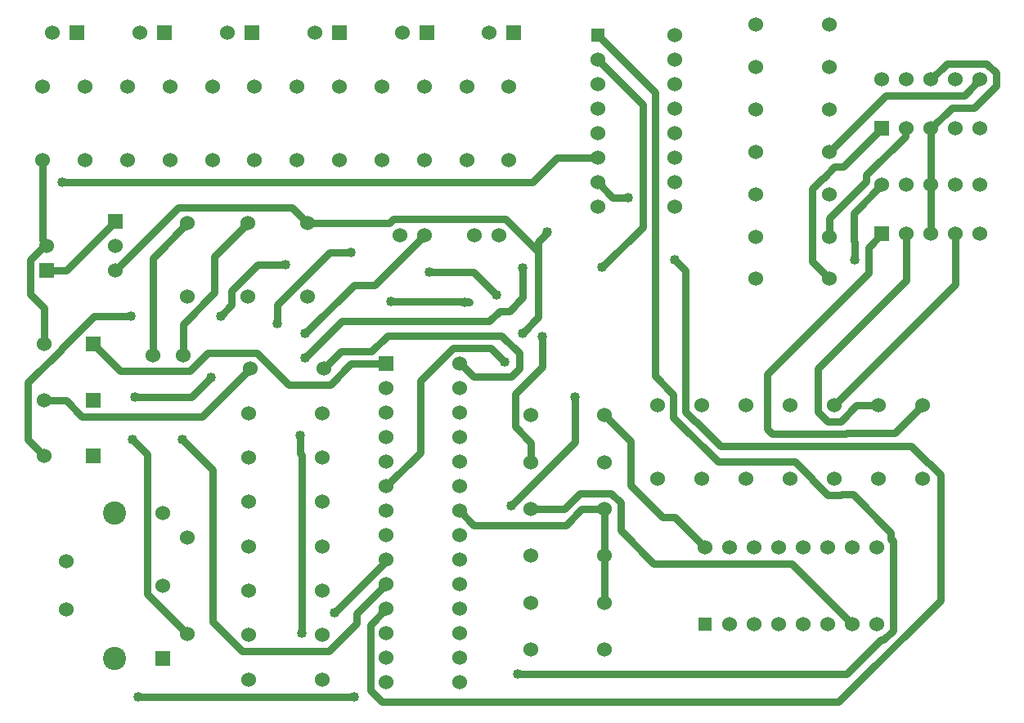
<source format=gtl>
G04*
G04 #@! TF.GenerationSoftware,Altium Limited,Altium Designer,22.1.2 (22)*
G04*
G04 Layer_Physical_Order=1*
G04 Layer_Color=255*
%FSLAX25Y25*%
%MOIN*%
G70*
G04*
G04 #@! TF.SameCoordinates,6E4BE205-DB55-4FC9-A6FE-95CB4377C6E5*
G04*
G04*
G04 #@! TF.FilePolarity,Positive*
G04*
G01*
G75*
%ADD22C,0.03000*%
%ADD23R,0.06000X0.06000*%
%ADD24C,0.06000*%
%ADD25C,0.09449*%
%ADD26R,0.06000X0.06000*%
%ADD27R,0.05500X0.05500*%
%ADD28R,0.05500X0.05500*%
%ADD29C,0.04000*%
D22*
X335393Y5000D02*
X377000Y46607D01*
X144500Y9700D02*
X149200Y5000D01*
X335393D01*
X341745Y192510D02*
X341995Y192760D01*
X306220Y116537D02*
Y138720D01*
X347645Y180145D01*
Y187845D01*
X341745Y185505D02*
Y192510D01*
X341500Y193255D02*
X341995Y192760D01*
X341500Y193255D02*
Y204500D01*
X239000Y182500D02*
X255457Y198957D01*
X237240Y267000D02*
X255457Y248783D01*
X249366Y210871D02*
X249557Y210679D01*
X243370Y210871D02*
X249366D01*
X255457Y198957D02*
Y248783D01*
X260457Y138043D02*
X268000Y130500D01*
X237240Y217000D02*
X243370Y210871D01*
X260457Y138043D02*
Y253783D01*
X237240Y277000D02*
X260457Y253783D01*
X373000Y259000D02*
X379500Y265500D01*
X395692D01*
X390692Y247500D02*
X399500Y256308D01*
Y261692D01*
X381500Y247500D02*
X390692D01*
X373000Y239000D02*
X381500Y247500D01*
X354417Y252500D02*
X386500D01*
X331500Y229583D02*
X354417Y252500D01*
X386500D02*
X393000Y259000D01*
X395692Y265500D02*
X399500Y261692D01*
X373000Y216000D02*
Y239000D01*
Y196000D02*
Y216000D01*
X347488Y188003D02*
X347645Y187845D01*
X347488Y190488D02*
X353000Y196000D01*
X347488Y188003D02*
Y190488D01*
X324500Y184667D02*
X331500Y177667D01*
X329153Y218778D02*
X333702Y223327D01*
X328808Y218778D02*
X329153D01*
X324500Y184667D02*
Y214470D01*
X328808Y218778D01*
X346547Y217547D02*
Y220047D01*
X331500Y202500D02*
X346547Y217547D01*
X331500Y194972D02*
Y202500D01*
X362426Y235926D02*
Y238426D01*
X363000Y239000D01*
X346547Y220047D02*
X362426Y235926D01*
X316370Y61500D02*
X341000Y36870D01*
X246500Y75000D02*
X260000Y61500D01*
X316370D01*
X268000Y121237D02*
X286237Y103000D01*
X317692D01*
X324500Y96192D01*
X330808Y89500D02*
X336192D01*
X324500Y95808D02*
Y96192D01*
Y95808D02*
X330808Y89500D01*
X357500Y34178D02*
Y70822D01*
X356724Y71598D02*
Y74276D01*
X336437Y89744D02*
X341256D01*
X352595Y30370D02*
X353692D01*
X356724Y71598D02*
X357500Y70822D01*
X353692Y30370D02*
X357500Y34178D01*
X341256Y89744D02*
X356724Y74276D01*
X336192Y89500D02*
X336437Y89744D01*
X338725Y16500D02*
X352595Y30370D01*
X377000Y46607D02*
Y97692D01*
X371847Y102500D02*
X372192D01*
X364847Y109500D02*
X371847Y102500D01*
X372192D02*
X377000Y97692D01*
X338263Y114500D02*
X338543Y114780D01*
X342692Y126000D02*
X351500D01*
X277153Y119500D02*
X287153Y109500D01*
X364847D01*
X308257Y114500D02*
X338263D01*
X338543Y114780D02*
X358280D01*
X330808Y119500D02*
X336192D01*
X342692Y126000D01*
X358280Y114780D02*
X369500Y126000D01*
X306220Y116537D02*
X308257Y114500D01*
X327000Y123308D02*
X330808Y119500D01*
X327000Y123308D02*
Y141189D01*
X363000Y177189D01*
X273000Y123308D02*
Y181000D01*
X268500Y185500D02*
X273000Y181000D01*
Y123308D02*
X276808Y119500D01*
X277153D01*
X268000Y121237D02*
Y130500D01*
X228000Y111000D02*
Y129500D01*
X216720Y196613D02*
Y196749D01*
X213000Y192894D02*
X216720Y196613D01*
X202000Y85000D02*
X228000Y111000D01*
X213000Y188692D02*
Y192894D01*
X220500Y227000D02*
X237240D01*
X210500Y217000D02*
X220500Y227000D01*
X363000Y177189D02*
Y196000D01*
X333500Y126000D02*
X383000Y175500D01*
Y196000D01*
X341500Y204500D02*
X353000Y216000D01*
X337327Y223327D02*
X353000Y239000D01*
X333702Y223327D02*
X337327D01*
X250500Y93500D02*
Y111500D01*
X240000Y122000D02*
X250500Y111500D01*
Y93500D02*
X263546Y80454D01*
X268676D02*
X281000Y68130D01*
X263546Y80454D02*
X268676D01*
X230002Y90300D02*
X242692D01*
X246500Y75000D02*
Y86492D01*
X223502Y83800D02*
X230002Y90300D01*
X242692D02*
X246500Y86492D01*
X203500Y130908D02*
X214500Y141908D01*
Y154000D01*
X50000Y7000D02*
X138000D01*
X144500Y9700D02*
Y36500D01*
X115891Y106353D02*
X116500Y105744D01*
X115891Y106353D02*
Y113744D01*
X116500Y33000D02*
Y105744D01*
X193500Y149500D02*
X199250Y143750D01*
X205150Y141160D02*
Y147350D01*
X151550Y154500D02*
X198000D01*
X205150Y147350D01*
X206500Y155500D02*
X213000Y162000D01*
X206500Y182000D02*
X206672Y182172D01*
X206500Y170000D02*
Y182000D01*
X197080Y164580D02*
X201080D01*
X206500Y170000D01*
X19000Y217000D02*
X210500D01*
X186500Y180500D02*
X196000Y171000D01*
X204500Y16500D02*
X338725D01*
X193000Y160500D02*
X197080Y164580D01*
X199692Y202000D02*
X213000Y188692D01*
Y162000D02*
Y188692D01*
X186457Y137850D02*
X201840D01*
X205150Y141160D01*
X178308Y149500D02*
X193500D01*
X133000Y160500D02*
X193000D01*
X118000Y145500D02*
X133000Y160500D01*
X146260Y175260D02*
X166500Y195500D01*
X118000Y155500D02*
X137760Y175260D01*
X146260D01*
X125500Y141000D02*
X132500Y148000D01*
X145050D01*
X98192Y147500D02*
X111192Y134500D01*
X128192D02*
X136692Y143000D01*
X111192Y134500D02*
X128192D01*
X78295Y147500D02*
X98192D01*
X153000Y168500D02*
X184500D01*
X183000Y168000D02*
X185000D01*
X184500Y168500D02*
X185000Y168000D01*
X98451Y183500D02*
X110000D01*
X87838Y166974D02*
Y172887D01*
X98451Y183500D01*
X83500Y162500D02*
Y162635D01*
X87838Y166974D01*
X68102Y159266D02*
X81014Y172178D01*
Y186871D01*
X94500Y200356D01*
X32050Y162500D02*
X47000D01*
X18525Y148975D02*
X32050Y162500D01*
X18525Y148833D02*
Y148975D01*
X5000Y112000D02*
Y135308D01*
Y112000D02*
X11500Y105500D01*
X5000Y135308D02*
X18525Y148833D01*
X203500Y117452D02*
Y130908D01*
X210000Y102900D02*
Y110952D01*
X203500Y117452D02*
X210000Y110952D01*
X168500Y180500D02*
X186500D01*
X127951Y188500D02*
X136500D01*
X106500Y159500D02*
Y167049D01*
X127951Y188500D01*
X48500Y129500D02*
X71500D01*
X79500Y137500D01*
X47500Y112000D02*
X53500Y106000D01*
Y49158D02*
Y106000D01*
Y49158D02*
X69842Y32815D01*
X68000Y112000D02*
X80202Y99798D01*
X27050Y121500D02*
X76000D01*
X20550Y128000D02*
X27050Y121500D01*
X76000D02*
X95500Y141000D01*
X80202Y37933D02*
Y99798D01*
X144500Y36500D02*
X151000Y43000D01*
X92308Y25826D02*
X127692D01*
X139058Y37192D01*
Y41058D01*
X151000Y53000D01*
X80202Y37933D02*
X92308Y25826D01*
X130000Y41500D02*
Y41635D01*
X151000Y62635D02*
Y63000D01*
X130000Y41635D02*
X151000Y62635D01*
X153808Y202000D02*
X199692D01*
X152164Y200356D02*
X153808Y202000D01*
X119000Y200356D02*
X152164D01*
X70795Y140000D02*
X78295Y147500D01*
X42500Y140000D02*
X70795D01*
X31500Y151000D02*
X42500Y140000D01*
X145050Y148000D02*
X151550Y154500D01*
X136692Y143000D02*
X151000D01*
X11500Y128000D02*
X20550D01*
X66356Y206856D02*
X112500D01*
X119000Y200356D01*
X40500Y181000D02*
X66356Y206856D01*
X68102Y146500D02*
Y159266D01*
X55898Y186254D02*
X70000Y200356D01*
X55898Y146500D02*
Y186254D01*
X181000Y143000D02*
X181307D01*
X186457Y137850D01*
X6000Y171381D02*
X11500Y165881D01*
X6000Y171381D02*
Y185450D01*
X11926Y190426D02*
X12500Y191000D01*
X11500Y151000D02*
Y165881D01*
X6000Y185450D02*
X10976Y190426D01*
X11926D01*
X11000Y193312D02*
X12500Y191812D01*
Y191000D02*
Y191812D01*
X11000Y193312D02*
Y226000D01*
X20421Y181000D02*
X40500Y201079D01*
X12500Y181000D02*
X20421D01*
X164942Y136134D02*
X178308Y149500D01*
X181000Y83000D02*
X186700Y77300D01*
X224073D01*
X151000Y93000D02*
X164942Y106942D01*
Y136134D01*
X240000Y45600D02*
Y64700D01*
Y83800D01*
X224073Y77300D02*
X230573Y83800D01*
X240000D01*
X210000D02*
X223502D01*
D23*
X353000Y196000D02*
D03*
X60000Y22972D02*
D03*
X353000Y239000D02*
D03*
X40500Y201079D02*
D03*
X12500Y181000D02*
D03*
D24*
X363000Y196000D02*
D03*
X373000D02*
D03*
X383000D02*
D03*
X393000D02*
D03*
X353000Y216000D02*
D03*
X363000D02*
D03*
X373000D02*
D03*
X383000D02*
D03*
X393000D02*
D03*
X60000Y82028D02*
D03*
X69842Y32815D02*
D03*
Y72185D02*
D03*
X60000Y52500D02*
D03*
X20630Y42658D02*
D03*
Y62343D02*
D03*
X151000Y133000D02*
D03*
Y123000D02*
D03*
Y113000D02*
D03*
Y103000D02*
D03*
Y93000D02*
D03*
Y83000D02*
D03*
Y73000D02*
D03*
Y63000D02*
D03*
Y53000D02*
D03*
Y43000D02*
D03*
Y33000D02*
D03*
Y23000D02*
D03*
Y13000D02*
D03*
X181000Y143000D02*
D03*
Y133000D02*
D03*
Y123000D02*
D03*
Y113000D02*
D03*
Y103000D02*
D03*
Y93000D02*
D03*
Y83000D02*
D03*
Y73000D02*
D03*
Y63000D02*
D03*
Y53000D02*
D03*
Y43000D02*
D03*
Y33000D02*
D03*
Y23000D02*
D03*
Y13000D02*
D03*
X281000Y68130D02*
D03*
X291000D02*
D03*
X301000D02*
D03*
X311000D02*
D03*
X321000D02*
D03*
X331000D02*
D03*
X341000D02*
D03*
X351000D02*
D03*
Y36870D02*
D03*
X341000D02*
D03*
X331000D02*
D03*
X321000D02*
D03*
X311000D02*
D03*
X301000D02*
D03*
X291000D02*
D03*
X237240Y267000D02*
D03*
Y257000D02*
D03*
Y247000D02*
D03*
Y237000D02*
D03*
Y227000D02*
D03*
Y217000D02*
D03*
Y207000D02*
D03*
X268500D02*
D03*
Y217000D02*
D03*
Y227000D02*
D03*
Y237000D02*
D03*
Y247000D02*
D03*
Y257000D02*
D03*
Y267000D02*
D03*
Y277000D02*
D03*
X393000Y259000D02*
D03*
X383000D02*
D03*
X373000D02*
D03*
X363000D02*
D03*
X353000D02*
D03*
X393000Y239000D02*
D03*
X383000D02*
D03*
X373000D02*
D03*
X363000D02*
D03*
X331500Y246889D02*
D03*
X301500D02*
D03*
X331500Y229583D02*
D03*
X301500D02*
D03*
X331500Y212278D02*
D03*
X301500D02*
D03*
X331500Y194972D02*
D03*
X301500D02*
D03*
X331500Y177667D02*
D03*
X301500D02*
D03*
X331500Y281500D02*
D03*
X301500D02*
D03*
X331500Y264194D02*
D03*
X301500D02*
D03*
X297500Y126000D02*
D03*
Y96000D02*
D03*
X315500Y126000D02*
D03*
Y96000D02*
D03*
X333500Y126000D02*
D03*
Y96000D02*
D03*
X351500Y126000D02*
D03*
Y96000D02*
D03*
X369500Y126000D02*
D03*
Y96000D02*
D03*
X261500Y126000D02*
D03*
Y96000D02*
D03*
X279500Y126000D02*
D03*
Y96000D02*
D03*
X15000Y278000D02*
D03*
X50600D02*
D03*
X86200D02*
D03*
X121800D02*
D03*
X157400D02*
D03*
X193000D02*
D03*
X95000Y14214D02*
D03*
X125000D02*
D03*
X197000Y195500D02*
D03*
X187000D02*
D03*
X166500D02*
D03*
X156500D02*
D03*
X240000Y45600D02*
D03*
X210000D02*
D03*
X240000Y64700D02*
D03*
X210000D02*
D03*
X240000Y83800D02*
D03*
X210000D02*
D03*
X95000Y32326D02*
D03*
X125000D02*
D03*
X95000Y50439D02*
D03*
X125000D02*
D03*
X95000Y68551D02*
D03*
X125000D02*
D03*
X240000Y26500D02*
D03*
X210000D02*
D03*
X11500Y151000D02*
D03*
Y105500D02*
D03*
Y128000D02*
D03*
X40500Y181000D02*
D03*
Y191039D02*
D03*
X183727Y256000D02*
D03*
Y226000D02*
D03*
X149182Y256000D02*
D03*
Y226000D02*
D03*
X114636Y256000D02*
D03*
Y226000D02*
D03*
X80091Y256000D02*
D03*
Y226000D02*
D03*
X45545Y256000D02*
D03*
Y226000D02*
D03*
X11000Y256000D02*
D03*
Y226000D02*
D03*
X240000Y122000D02*
D03*
X210000D02*
D03*
X28273Y256000D02*
D03*
Y226000D02*
D03*
X62818Y256000D02*
D03*
Y226000D02*
D03*
X97364Y256000D02*
D03*
Y226000D02*
D03*
X131909Y256000D02*
D03*
Y226000D02*
D03*
X119000Y200356D02*
D03*
Y170356D02*
D03*
X166455Y256000D02*
D03*
Y226000D02*
D03*
X201000Y256000D02*
D03*
Y226000D02*
D03*
X125000Y122888D02*
D03*
X95000D02*
D03*
X125000Y104776D02*
D03*
X95000D02*
D03*
X210000Y102900D02*
D03*
X240000D02*
D03*
X125000Y86663D02*
D03*
X95000D02*
D03*
X12500Y191000D02*
D03*
X55898Y146500D02*
D03*
X68102D02*
D03*
X94500Y170356D02*
D03*
Y200356D02*
D03*
X70000D02*
D03*
Y170356D02*
D03*
X95500Y141000D02*
D03*
X125500D02*
D03*
D25*
X40315Y82028D02*
D03*
Y22972D02*
D03*
D26*
X151000Y143000D02*
D03*
X60600Y278000D02*
D03*
X96200D02*
D03*
X131800D02*
D03*
X167400D02*
D03*
X203000D02*
D03*
X25000D02*
D03*
X31500Y151000D02*
D03*
Y105500D02*
D03*
Y128000D02*
D03*
D27*
X281000Y36870D02*
D03*
D28*
X237240Y277000D02*
D03*
D29*
X341745Y185505D02*
D03*
X249557Y210679D02*
D03*
X268500Y185500D02*
D03*
X239000Y182500D02*
D03*
X228000Y129500D02*
D03*
X216720Y196749D02*
D03*
X214500Y154000D02*
D03*
X138000Y7000D02*
D03*
X115891Y113744D02*
D03*
X199250Y143750D02*
D03*
X206500Y155500D02*
D03*
X206672Y182172D02*
D03*
X50000Y7000D02*
D03*
X19000Y217000D02*
D03*
X196000Y171000D02*
D03*
X118000Y145500D02*
D03*
X116500Y33000D02*
D03*
X202000Y85000D02*
D03*
X183000Y168000D02*
D03*
X153000Y168500D02*
D03*
X110000Y183500D02*
D03*
X83500Y162500D02*
D03*
X47000D02*
D03*
X168500Y180500D02*
D03*
X136500Y188500D02*
D03*
X106500Y159500D02*
D03*
X79500Y137500D02*
D03*
X48500Y129500D02*
D03*
X47500Y112000D02*
D03*
X68000D02*
D03*
X130000Y41500D02*
D03*
X118000Y155500D02*
D03*
X204500Y16500D02*
D03*
M02*

</source>
